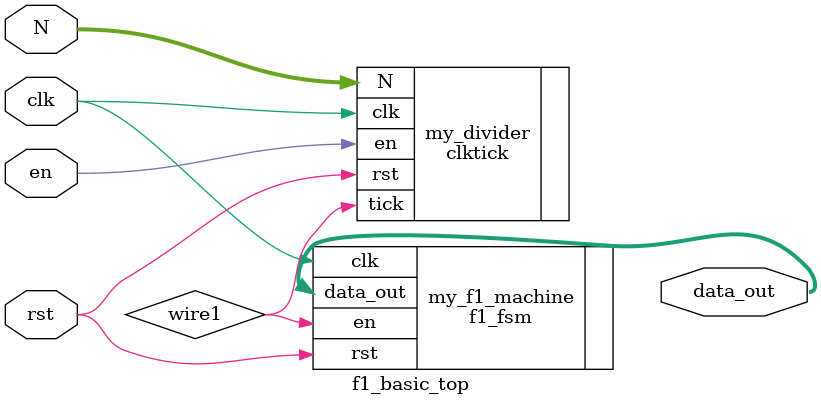
<source format=sv>
module f1_basic_top(
input logic                 clk,
input logic                 en,
input logic                 rst,
input logic [15:0]          N,
output logic [7:0]           data_out
);

logic                       wire1;

clktick my_divider(
    .clk(clk),
    .rst(rst),
    .en(en),
    .N(N),
    .tick(wire1)
);

f1_fsm my_f1_machine(
    // input logic             clk,
    // input logic             en,
    // input logic             rst,
    // output [7:0]            data_out
    .clk(clk),
    .en(wire1),
    .rst(rst),
    .data_out(data_out)
);
endmodule

</source>
